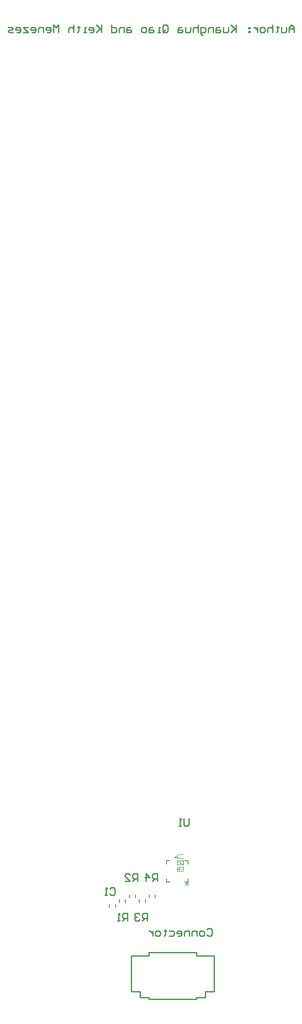
<source format=gbo>
%FSLAX44Y44*%
%MOMM*%
G71*
G01*
G75*
G04 Layer_Color=32896*
%ADD10R,2.5000X6.0000*%
%ADD11R,6.9850X4.0000*%
%ADD12C,1.0000*%
%ADD13C,4.0000*%
%ADD14C,1.2700*%
%ADD15R,1.0200X3.8000*%
%ADD16R,1.2192X0.8128*%
%ADD17R,0.3556X0.7620*%
%ADD18R,0.7620X0.3556*%
%ADD19R,2.7940X2.7940*%
%ADD20C,0.2540*%
%ADD21R,2.7032X6.2032*%
%ADD22R,7.1882X4.2032*%
%ADD23C,4.2032*%
%ADD24C,1.4732*%
%ADD25R,1.1200X3.9000*%
%ADD26R,1.4224X1.0160*%
%ADD27R,0.5588X0.9652*%
%ADD28R,0.9652X0.5588*%
%ADD29R,2.9972X2.9972*%
%ADD30R,0.0254X0.0254*%
%ADD31C,0.1524*%
%ADD32C,0.0762*%
G36*
X408655Y1506035D02*
X404845D01*
Y1508575D01*
X408655D01*
Y1506035D01*
D02*
G37*
D20*
X448452Y1223086D02*
Y1225850D01*
X353213Y1223086D02*
X448452D01*
X353213D02*
Y1225850D01*
X335187D02*
X353213D01*
X335187D02*
Y1237650D01*
X317465D02*
X335187D01*
X317465D02*
Y1310230D01*
X353213D01*
Y1316914D01*
X448452D01*
Y1310230D02*
Y1316914D01*
Y1310230D02*
X484200D01*
Y1237650D02*
Y1310230D01*
X466478Y1237650D02*
X484200D01*
X466478Y1225850D02*
Y1237650D01*
X448452Y1225850D02*
X466478D01*
X469843Y1362696D02*
X472383Y1365235D01*
X477461D01*
X480000Y1362696D01*
Y1352539D01*
X477461Y1350000D01*
X472383D01*
X469843Y1352539D01*
X462226Y1350000D02*
X457147D01*
X454608Y1352539D01*
Y1357617D01*
X457147Y1360157D01*
X462226D01*
X464765Y1357617D01*
Y1352539D01*
X462226Y1350000D01*
X449530D02*
Y1360157D01*
X441912D01*
X439373Y1357617D01*
Y1350000D01*
X434295D02*
Y1360157D01*
X426677D01*
X424138Y1357617D01*
Y1350000D01*
X411442D02*
X416521D01*
X419060Y1352539D01*
Y1357617D01*
X416521Y1360157D01*
X411442D01*
X408903Y1357617D01*
Y1355078D01*
X419060D01*
X393668Y1360157D02*
X401286D01*
X403825Y1357617D01*
Y1352539D01*
X401286Y1350000D01*
X393668D01*
X386050Y1362696D02*
Y1360157D01*
X388590D01*
X383511D01*
X386050D01*
Y1352539D01*
X383511Y1350000D01*
X373354D02*
X368276D01*
X365737Y1352539D01*
Y1357617D01*
X368276Y1360157D01*
X373354D01*
X375894Y1357617D01*
Y1352539D01*
X373354Y1350000D01*
X360659Y1360157D02*
Y1350000D01*
Y1355078D01*
X358119Y1357617D01*
X355580Y1360157D01*
X353041D01*
X433482Y1586208D02*
Y1573512D01*
X430943Y1570973D01*
X425864D01*
X423325Y1573512D01*
Y1586208D01*
X418247Y1570973D02*
X413169D01*
X415708D01*
Y1586208D01*
X418247Y1583669D01*
X370000Y1460000D02*
Y1475235D01*
X362383D01*
X359843Y1472696D01*
Y1467617D01*
X362383Y1465078D01*
X370000D01*
X364922D02*
X359843Y1460000D01*
X347147D02*
Y1475235D01*
X354765Y1467617D01*
X344608D01*
X350000Y1380000D02*
Y1395235D01*
X342383D01*
X339843Y1392696D01*
Y1387617D01*
X342383Y1385078D01*
X350000D01*
X344922D02*
X339843Y1380000D01*
X334765Y1392696D02*
X332226Y1395235D01*
X327147D01*
X324608Y1392696D01*
Y1390157D01*
X327147Y1387617D01*
X329687D01*
X327147D01*
X324608Y1385078D01*
Y1382539D01*
X327147Y1380000D01*
X332226D01*
X334765Y1382539D01*
X330000Y1460000D02*
Y1475235D01*
X322383D01*
X319843Y1472696D01*
Y1467617D01*
X322383Y1465078D01*
X330000D01*
X324922D02*
X319843Y1460000D01*
X304608D02*
X314765D01*
X304608Y1470157D01*
Y1472696D01*
X307147Y1475235D01*
X312226D01*
X314765Y1472696D01*
X310000Y1380000D02*
Y1395235D01*
X302383D01*
X299843Y1392696D01*
Y1387617D01*
X302383Y1385078D01*
X310000D01*
X304922D02*
X299843Y1380000D01*
X294765D02*
X289687D01*
X292226D01*
Y1395235D01*
X294765Y1392696D01*
X274481Y1444477D02*
X277020Y1447016D01*
X282099D01*
X284638Y1444477D01*
Y1434320D01*
X282099Y1431781D01*
X277020D01*
X274481Y1434320D01*
X269403Y1431781D02*
X264325D01*
X266864D01*
Y1447016D01*
X269403Y1444477D01*
X645500Y3166000D02*
Y3176157D01*
X640422Y3181235D01*
X635343Y3176157D01*
Y3166000D01*
Y3173618D01*
X645500D01*
X630265Y3176157D02*
Y3168539D01*
X627726Y3166000D01*
X620108D01*
Y3176157D01*
X612491Y3178696D02*
Y3176157D01*
X615030D01*
X609952D01*
X612491D01*
Y3168539D01*
X609952Y3166000D01*
X602334Y3181235D02*
Y3166000D01*
Y3173618D01*
X599795Y3176157D01*
X594716D01*
X592177Y3173618D01*
Y3166000D01*
X584560D02*
X579481D01*
X576942Y3168539D01*
Y3173618D01*
X579481Y3176157D01*
X584560D01*
X587099Y3173618D01*
Y3168539D01*
X584560Y3166000D01*
X571864Y3176157D02*
Y3166000D01*
Y3171078D01*
X569325Y3173618D01*
X566786Y3176157D01*
X564246D01*
X556629D02*
X554090D01*
Y3173618D01*
X556629D01*
Y3176157D01*
Y3168539D02*
X554090D01*
Y3166000D01*
X556629D01*
Y3168539D01*
X528698Y3181235D02*
Y3166000D01*
Y3171078D01*
X518541Y3181235D01*
X526159Y3173618D01*
X518541Y3166000D01*
X513463Y3176157D02*
Y3168539D01*
X510924Y3166000D01*
X503306D01*
Y3176157D01*
X495689D02*
X490610D01*
X488071Y3173618D01*
Y3166000D01*
X495689D01*
X498228Y3168539D01*
X495689Y3171078D01*
X488071D01*
X482993Y3166000D02*
Y3176157D01*
X475375D01*
X472836Y3173618D01*
Y3166000D01*
X462679Y3160922D02*
X460140D01*
X457601Y3163461D01*
Y3176157D01*
X465218D01*
X467757Y3173618D01*
Y3168539D01*
X465218Y3166000D01*
X457601D01*
X452522Y3181235D02*
Y3166000D01*
Y3173618D01*
X449983Y3176157D01*
X444905D01*
X442366Y3173618D01*
Y3166000D01*
X437287Y3176157D02*
Y3168539D01*
X434748Y3166000D01*
X427131D01*
Y3176157D01*
X419513D02*
X414435D01*
X411896Y3173618D01*
Y3166000D01*
X419513D01*
X422052Y3168539D01*
X419513Y3171078D01*
X411896D01*
X381425Y3168539D02*
Y3178696D01*
X383965Y3181235D01*
X389043D01*
X391582Y3178696D01*
Y3168539D01*
X389043Y3166000D01*
X383965D01*
X386504Y3171078D02*
X381425Y3166000D01*
X383965D02*
X381425Y3168539D01*
X376347Y3166000D02*
X371269D01*
X373808D01*
Y3176157D01*
X376347D01*
X361112D02*
X356034D01*
X353494Y3173618D01*
Y3166000D01*
X361112D01*
X363651Y3168539D01*
X361112Y3171078D01*
X353494D01*
X345877Y3166000D02*
X340799D01*
X338259Y3168539D01*
Y3173618D01*
X340799Y3176157D01*
X345877D01*
X348416Y3173618D01*
Y3168539D01*
X345877Y3166000D01*
X315407Y3176157D02*
X310328D01*
X307789Y3173618D01*
Y3166000D01*
X315407D01*
X317946Y3168539D01*
X315407Y3171078D01*
X307789D01*
X302711Y3166000D02*
Y3176157D01*
X295093D01*
X292554Y3173618D01*
Y3166000D01*
X277319Y3181235D02*
Y3166000D01*
X284937D01*
X287476Y3168539D01*
Y3173618D01*
X284937Y3176157D01*
X277319D01*
X257006Y3181235D02*
Y3166000D01*
Y3171078D01*
X246849Y3181235D01*
X254466Y3173618D01*
X246849Y3166000D01*
X234153D02*
X239231D01*
X241771Y3168539D01*
Y3173618D01*
X239231Y3176157D01*
X234153D01*
X231614Y3173618D01*
Y3171078D01*
X241771D01*
X226535Y3166000D02*
X221457D01*
X223996D01*
Y3176157D01*
X226535D01*
X211301Y3178696D02*
Y3176157D01*
X213840D01*
X208761D01*
X211301D01*
Y3168539D01*
X208761Y3166000D01*
X201144Y3181235D02*
Y3166000D01*
Y3173618D01*
X198605Y3176157D01*
X193526D01*
X190987Y3173618D01*
Y3166000D01*
X170674D02*
Y3181235D01*
X165595Y3176157D01*
X160517Y3181235D01*
Y3166000D01*
X147821D02*
X152899D01*
X155439Y3168539D01*
Y3173618D01*
X152899Y3176157D01*
X147821D01*
X145282Y3173618D01*
Y3171078D01*
X155439D01*
X140204Y3166000D02*
Y3176157D01*
X132586D01*
X130047Y3173618D01*
Y3166000D01*
X117351D02*
X122429D01*
X124968Y3168539D01*
Y3173618D01*
X122429Y3176157D01*
X117351D01*
X114812Y3173618D01*
Y3171078D01*
X124968D01*
X109733Y3176157D02*
X99577D01*
X109733Y3166000D01*
X99577D01*
X86881D02*
X91959D01*
X94498Y3168539D01*
Y3173618D01*
X91959Y3176157D01*
X86881D01*
X84341Y3173618D01*
Y3171078D01*
X94498D01*
X79263Y3166000D02*
X71646D01*
X69106Y3168539D01*
X71646Y3171078D01*
X76724D01*
X79263Y3173618D01*
X76724Y3176157D01*
X69106D01*
D31*
X313904Y1426952D02*
Y1433000D01*
X326000Y1426952D02*
Y1433000D01*
X273904Y1406952D02*
Y1413000D01*
X286000Y1406952D02*
Y1413000D01*
X293904Y1416952D02*
Y1423000D01*
X306000Y1416952D02*
Y1423000D01*
X333904Y1416952D02*
Y1423000D01*
X346000Y1416952D02*
Y1423000D01*
X353904Y1426952D02*
Y1433000D01*
X366000Y1426952D02*
Y1433000D01*
X431717Y1458283D02*
Y1465145D01*
X424855Y1501717D02*
X431717D01*
X388283Y1458283D02*
Y1465145D01*
Y1501717D02*
X395145D01*
X431717Y1494855D02*
Y1501717D01*
X424855Y1458283D02*
X431717D01*
X388283D02*
X395145D01*
X388283Y1494855D02*
Y1501717D01*
D32*
X433580Y1450155D02*
X425116Y1458619D01*
Y1450155D02*
X433580Y1458619D01*
X429348Y1450155D02*
Y1458619D01*
X425116Y1454387D02*
X433580D01*
X410000Y1480000D02*
X422696D01*
Y1486348D01*
X420580Y1488464D01*
X416348D01*
X414232Y1486348D01*
Y1480000D01*
X410000Y1492696D02*
X422696D01*
X410000Y1501160D01*
X422696D01*
Y1480000D02*
X410000D01*
Y1486348D01*
X412116Y1488464D01*
X420580D01*
X422696Y1486348D01*
Y1480000D01*
Y1501160D02*
Y1492696D01*
X410000D01*
Y1501160D01*
X416348Y1492696D02*
Y1496928D01*
X422696Y1505392D02*
X414232D01*
X410000Y1509624D01*
X414232Y1513856D01*
X422696D01*
Y1480000D02*
X414232D01*
X410000Y1484232D01*
X414232Y1488464D01*
X422696D01*
X410000Y1492696D02*
X418464D01*
X422696Y1496928D01*
X418464Y1501160D01*
X410000D01*
X416348D01*
Y1492696D01*
X422696Y1505392D02*
X410000D01*
Y1513856D01*
X422696Y1480000D02*
Y1488464D01*
Y1484232D01*
X410000D01*
X422696Y1499044D02*
Y1494812D01*
X420580Y1492696D01*
X412116D01*
X410000Y1494812D01*
Y1499044D01*
X412116Y1501160D01*
X420580D01*
X422696Y1499044D01*
Y1505392D02*
X410000D01*
Y1513856D01*
M02*

</source>
